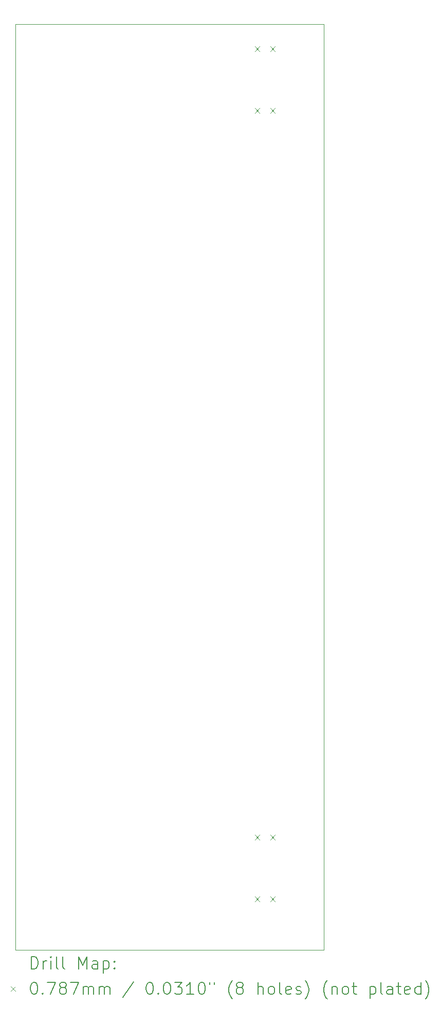
<source format=gbr>
%FSLAX45Y45*%
G04 Gerber Fmt 4.5, Leading zero omitted, Abs format (unit mm)*
G04 Created by KiCad (PCBNEW (6.0.0)) date 2022-06-12 01:08:43*
%MOMM*%
%LPD*%
G01*
G04 APERTURE LIST*
%TA.AperFunction,Profile*%
%ADD10C,0.025400*%
%TD*%
%ADD11C,0.200000*%
%ADD12C,0.078740*%
G04 APERTURE END LIST*
D10*
X14732000Y-2362200D02*
X9652000Y-2362200D01*
X9652000Y-2362200D02*
X9652000Y-17602200D01*
X9652000Y-17602200D02*
X14732000Y-17602200D01*
X14732000Y-17602200D02*
X14732000Y-2362200D01*
D11*
D12*
X13592009Y-2728680D02*
X13670749Y-2807420D01*
X13670749Y-2728680D02*
X13592009Y-2807420D01*
X13592009Y-3744680D02*
X13670749Y-3823420D01*
X13670749Y-3744680D02*
X13592009Y-3823420D01*
X13592009Y-15708630D02*
X13670749Y-15787370D01*
X13670749Y-15708630D02*
X13592009Y-15787370D01*
X13592009Y-16724630D02*
X13670749Y-16803370D01*
X13670749Y-16724630D02*
X13592009Y-16803370D01*
X13846009Y-2728680D02*
X13924749Y-2807420D01*
X13924749Y-2728680D02*
X13846009Y-2807420D01*
X13846009Y-3744680D02*
X13924749Y-3823420D01*
X13924749Y-3744680D02*
X13846009Y-3823420D01*
X13846009Y-15708630D02*
X13924749Y-15787370D01*
X13924749Y-15708630D02*
X13846009Y-15787370D01*
X13846009Y-16724630D02*
X13924749Y-16803370D01*
X13924749Y-16724630D02*
X13846009Y-16803370D01*
D11*
X9908349Y-17913946D02*
X9908349Y-17713946D01*
X9955968Y-17713946D01*
X9984540Y-17723470D01*
X10003587Y-17742518D01*
X10013111Y-17761565D01*
X10022635Y-17799660D01*
X10022635Y-17828232D01*
X10013111Y-17866327D01*
X10003587Y-17885375D01*
X9984540Y-17904422D01*
X9955968Y-17913946D01*
X9908349Y-17913946D01*
X10108349Y-17913946D02*
X10108349Y-17780613D01*
X10108349Y-17818708D02*
X10117873Y-17799660D01*
X10127397Y-17790137D01*
X10146444Y-17780613D01*
X10165492Y-17780613D01*
X10232159Y-17913946D02*
X10232159Y-17780613D01*
X10232159Y-17713946D02*
X10222635Y-17723470D01*
X10232159Y-17732994D01*
X10241682Y-17723470D01*
X10232159Y-17713946D01*
X10232159Y-17732994D01*
X10355968Y-17913946D02*
X10336920Y-17904422D01*
X10327397Y-17885375D01*
X10327397Y-17713946D01*
X10460730Y-17913946D02*
X10441682Y-17904422D01*
X10432159Y-17885375D01*
X10432159Y-17713946D01*
X10689301Y-17913946D02*
X10689301Y-17713946D01*
X10755968Y-17856803D01*
X10822635Y-17713946D01*
X10822635Y-17913946D01*
X11003587Y-17913946D02*
X11003587Y-17809184D01*
X10994063Y-17790137D01*
X10975016Y-17780613D01*
X10936920Y-17780613D01*
X10917873Y-17790137D01*
X11003587Y-17904422D02*
X10984540Y-17913946D01*
X10936920Y-17913946D01*
X10917873Y-17904422D01*
X10908349Y-17885375D01*
X10908349Y-17866327D01*
X10917873Y-17847280D01*
X10936920Y-17837756D01*
X10984540Y-17837756D01*
X11003587Y-17828232D01*
X11098825Y-17780613D02*
X11098825Y-17980613D01*
X11098825Y-17790137D02*
X11117873Y-17780613D01*
X11155968Y-17780613D01*
X11175016Y-17790137D01*
X11184540Y-17799660D01*
X11194063Y-17818708D01*
X11194063Y-17875851D01*
X11184540Y-17894899D01*
X11175016Y-17904422D01*
X11155968Y-17913946D01*
X11117873Y-17913946D01*
X11098825Y-17904422D01*
X11279778Y-17894899D02*
X11289301Y-17904422D01*
X11279778Y-17913946D01*
X11270254Y-17904422D01*
X11279778Y-17894899D01*
X11279778Y-17913946D01*
X11279778Y-17790137D02*
X11289301Y-17799660D01*
X11279778Y-17809184D01*
X11270254Y-17799660D01*
X11279778Y-17790137D01*
X11279778Y-17809184D01*
D12*
X9571990Y-18204100D02*
X9650730Y-18282840D01*
X9650730Y-18204100D02*
X9571990Y-18282840D01*
D11*
X9946444Y-18133946D02*
X9965492Y-18133946D01*
X9984540Y-18143470D01*
X9994063Y-18152994D01*
X10003587Y-18172041D01*
X10013111Y-18210137D01*
X10013111Y-18257756D01*
X10003587Y-18295851D01*
X9994063Y-18314899D01*
X9984540Y-18324422D01*
X9965492Y-18333946D01*
X9946444Y-18333946D01*
X9927397Y-18324422D01*
X9917873Y-18314899D01*
X9908349Y-18295851D01*
X9898825Y-18257756D01*
X9898825Y-18210137D01*
X9908349Y-18172041D01*
X9917873Y-18152994D01*
X9927397Y-18143470D01*
X9946444Y-18133946D01*
X10098825Y-18314899D02*
X10108349Y-18324422D01*
X10098825Y-18333946D01*
X10089301Y-18324422D01*
X10098825Y-18314899D01*
X10098825Y-18333946D01*
X10175016Y-18133946D02*
X10308349Y-18133946D01*
X10222635Y-18333946D01*
X10413111Y-18219660D02*
X10394063Y-18210137D01*
X10384540Y-18200613D01*
X10375016Y-18181565D01*
X10375016Y-18172041D01*
X10384540Y-18152994D01*
X10394063Y-18143470D01*
X10413111Y-18133946D01*
X10451206Y-18133946D01*
X10470254Y-18143470D01*
X10479778Y-18152994D01*
X10489301Y-18172041D01*
X10489301Y-18181565D01*
X10479778Y-18200613D01*
X10470254Y-18210137D01*
X10451206Y-18219660D01*
X10413111Y-18219660D01*
X10394063Y-18229184D01*
X10384540Y-18238708D01*
X10375016Y-18257756D01*
X10375016Y-18295851D01*
X10384540Y-18314899D01*
X10394063Y-18324422D01*
X10413111Y-18333946D01*
X10451206Y-18333946D01*
X10470254Y-18324422D01*
X10479778Y-18314899D01*
X10489301Y-18295851D01*
X10489301Y-18257756D01*
X10479778Y-18238708D01*
X10470254Y-18229184D01*
X10451206Y-18219660D01*
X10555968Y-18133946D02*
X10689301Y-18133946D01*
X10603587Y-18333946D01*
X10765492Y-18333946D02*
X10765492Y-18200613D01*
X10765492Y-18219660D02*
X10775016Y-18210137D01*
X10794063Y-18200613D01*
X10822635Y-18200613D01*
X10841682Y-18210137D01*
X10851206Y-18229184D01*
X10851206Y-18333946D01*
X10851206Y-18229184D02*
X10860730Y-18210137D01*
X10879778Y-18200613D01*
X10908349Y-18200613D01*
X10927397Y-18210137D01*
X10936920Y-18229184D01*
X10936920Y-18333946D01*
X11032159Y-18333946D02*
X11032159Y-18200613D01*
X11032159Y-18219660D02*
X11041682Y-18210137D01*
X11060730Y-18200613D01*
X11089301Y-18200613D01*
X11108349Y-18210137D01*
X11117873Y-18229184D01*
X11117873Y-18333946D01*
X11117873Y-18229184D02*
X11127397Y-18210137D01*
X11146444Y-18200613D01*
X11175016Y-18200613D01*
X11194063Y-18210137D01*
X11203587Y-18229184D01*
X11203587Y-18333946D01*
X11594063Y-18124422D02*
X11422635Y-18381565D01*
X11851206Y-18133946D02*
X11870254Y-18133946D01*
X11889301Y-18143470D01*
X11898825Y-18152994D01*
X11908349Y-18172041D01*
X11917873Y-18210137D01*
X11917873Y-18257756D01*
X11908349Y-18295851D01*
X11898825Y-18314899D01*
X11889301Y-18324422D01*
X11870254Y-18333946D01*
X11851206Y-18333946D01*
X11832158Y-18324422D01*
X11822635Y-18314899D01*
X11813111Y-18295851D01*
X11803587Y-18257756D01*
X11803587Y-18210137D01*
X11813111Y-18172041D01*
X11822635Y-18152994D01*
X11832158Y-18143470D01*
X11851206Y-18133946D01*
X12003587Y-18314899D02*
X12013111Y-18324422D01*
X12003587Y-18333946D01*
X11994063Y-18324422D01*
X12003587Y-18314899D01*
X12003587Y-18333946D01*
X12136920Y-18133946D02*
X12155968Y-18133946D01*
X12175016Y-18143470D01*
X12184539Y-18152994D01*
X12194063Y-18172041D01*
X12203587Y-18210137D01*
X12203587Y-18257756D01*
X12194063Y-18295851D01*
X12184539Y-18314899D01*
X12175016Y-18324422D01*
X12155968Y-18333946D01*
X12136920Y-18333946D01*
X12117873Y-18324422D01*
X12108349Y-18314899D01*
X12098825Y-18295851D01*
X12089301Y-18257756D01*
X12089301Y-18210137D01*
X12098825Y-18172041D01*
X12108349Y-18152994D01*
X12117873Y-18143470D01*
X12136920Y-18133946D01*
X12270254Y-18133946D02*
X12394063Y-18133946D01*
X12327397Y-18210137D01*
X12355968Y-18210137D01*
X12375016Y-18219660D01*
X12384539Y-18229184D01*
X12394063Y-18248232D01*
X12394063Y-18295851D01*
X12384539Y-18314899D01*
X12375016Y-18324422D01*
X12355968Y-18333946D01*
X12298825Y-18333946D01*
X12279778Y-18324422D01*
X12270254Y-18314899D01*
X12584539Y-18333946D02*
X12470254Y-18333946D01*
X12527397Y-18333946D02*
X12527397Y-18133946D01*
X12508349Y-18162518D01*
X12489301Y-18181565D01*
X12470254Y-18191089D01*
X12708349Y-18133946D02*
X12727397Y-18133946D01*
X12746444Y-18143470D01*
X12755968Y-18152994D01*
X12765492Y-18172041D01*
X12775016Y-18210137D01*
X12775016Y-18257756D01*
X12765492Y-18295851D01*
X12755968Y-18314899D01*
X12746444Y-18324422D01*
X12727397Y-18333946D01*
X12708349Y-18333946D01*
X12689301Y-18324422D01*
X12679778Y-18314899D01*
X12670254Y-18295851D01*
X12660730Y-18257756D01*
X12660730Y-18210137D01*
X12670254Y-18172041D01*
X12679778Y-18152994D01*
X12689301Y-18143470D01*
X12708349Y-18133946D01*
X12851206Y-18133946D02*
X12851206Y-18172041D01*
X12927397Y-18133946D02*
X12927397Y-18172041D01*
X13222635Y-18410137D02*
X13213111Y-18400613D01*
X13194063Y-18372041D01*
X13184539Y-18352994D01*
X13175016Y-18324422D01*
X13165492Y-18276803D01*
X13165492Y-18238708D01*
X13175016Y-18191089D01*
X13184539Y-18162518D01*
X13194063Y-18143470D01*
X13213111Y-18114899D01*
X13222635Y-18105375D01*
X13327397Y-18219660D02*
X13308349Y-18210137D01*
X13298825Y-18200613D01*
X13289301Y-18181565D01*
X13289301Y-18172041D01*
X13298825Y-18152994D01*
X13308349Y-18143470D01*
X13327397Y-18133946D01*
X13365492Y-18133946D01*
X13384539Y-18143470D01*
X13394063Y-18152994D01*
X13403587Y-18172041D01*
X13403587Y-18181565D01*
X13394063Y-18200613D01*
X13384539Y-18210137D01*
X13365492Y-18219660D01*
X13327397Y-18219660D01*
X13308349Y-18229184D01*
X13298825Y-18238708D01*
X13289301Y-18257756D01*
X13289301Y-18295851D01*
X13298825Y-18314899D01*
X13308349Y-18324422D01*
X13327397Y-18333946D01*
X13365492Y-18333946D01*
X13384539Y-18324422D01*
X13394063Y-18314899D01*
X13403587Y-18295851D01*
X13403587Y-18257756D01*
X13394063Y-18238708D01*
X13384539Y-18229184D01*
X13365492Y-18219660D01*
X13641682Y-18333946D02*
X13641682Y-18133946D01*
X13727397Y-18333946D02*
X13727397Y-18229184D01*
X13717873Y-18210137D01*
X13698825Y-18200613D01*
X13670254Y-18200613D01*
X13651206Y-18210137D01*
X13641682Y-18219660D01*
X13851206Y-18333946D02*
X13832158Y-18324422D01*
X13822635Y-18314899D01*
X13813111Y-18295851D01*
X13813111Y-18238708D01*
X13822635Y-18219660D01*
X13832158Y-18210137D01*
X13851206Y-18200613D01*
X13879778Y-18200613D01*
X13898825Y-18210137D01*
X13908349Y-18219660D01*
X13917873Y-18238708D01*
X13917873Y-18295851D01*
X13908349Y-18314899D01*
X13898825Y-18324422D01*
X13879778Y-18333946D01*
X13851206Y-18333946D01*
X14032158Y-18333946D02*
X14013111Y-18324422D01*
X14003587Y-18305375D01*
X14003587Y-18133946D01*
X14184539Y-18324422D02*
X14165492Y-18333946D01*
X14127397Y-18333946D01*
X14108349Y-18324422D01*
X14098825Y-18305375D01*
X14098825Y-18229184D01*
X14108349Y-18210137D01*
X14127397Y-18200613D01*
X14165492Y-18200613D01*
X14184539Y-18210137D01*
X14194063Y-18229184D01*
X14194063Y-18248232D01*
X14098825Y-18267280D01*
X14270254Y-18324422D02*
X14289301Y-18333946D01*
X14327397Y-18333946D01*
X14346444Y-18324422D01*
X14355968Y-18305375D01*
X14355968Y-18295851D01*
X14346444Y-18276803D01*
X14327397Y-18267280D01*
X14298825Y-18267280D01*
X14279778Y-18257756D01*
X14270254Y-18238708D01*
X14270254Y-18229184D01*
X14279778Y-18210137D01*
X14298825Y-18200613D01*
X14327397Y-18200613D01*
X14346444Y-18210137D01*
X14422635Y-18410137D02*
X14432158Y-18400613D01*
X14451206Y-18372041D01*
X14460730Y-18352994D01*
X14470254Y-18324422D01*
X14479778Y-18276803D01*
X14479778Y-18238708D01*
X14470254Y-18191089D01*
X14460730Y-18162518D01*
X14451206Y-18143470D01*
X14432158Y-18114899D01*
X14422635Y-18105375D01*
X14784539Y-18410137D02*
X14775016Y-18400613D01*
X14755968Y-18372041D01*
X14746444Y-18352994D01*
X14736920Y-18324422D01*
X14727397Y-18276803D01*
X14727397Y-18238708D01*
X14736920Y-18191089D01*
X14746444Y-18162518D01*
X14755968Y-18143470D01*
X14775016Y-18114899D01*
X14784539Y-18105375D01*
X14860730Y-18200613D02*
X14860730Y-18333946D01*
X14860730Y-18219660D02*
X14870254Y-18210137D01*
X14889301Y-18200613D01*
X14917873Y-18200613D01*
X14936920Y-18210137D01*
X14946444Y-18229184D01*
X14946444Y-18333946D01*
X15070254Y-18333946D02*
X15051206Y-18324422D01*
X15041682Y-18314899D01*
X15032158Y-18295851D01*
X15032158Y-18238708D01*
X15041682Y-18219660D01*
X15051206Y-18210137D01*
X15070254Y-18200613D01*
X15098825Y-18200613D01*
X15117873Y-18210137D01*
X15127397Y-18219660D01*
X15136920Y-18238708D01*
X15136920Y-18295851D01*
X15127397Y-18314899D01*
X15117873Y-18324422D01*
X15098825Y-18333946D01*
X15070254Y-18333946D01*
X15194063Y-18200613D02*
X15270254Y-18200613D01*
X15222635Y-18133946D02*
X15222635Y-18305375D01*
X15232158Y-18324422D01*
X15251206Y-18333946D01*
X15270254Y-18333946D01*
X15489301Y-18200613D02*
X15489301Y-18400613D01*
X15489301Y-18210137D02*
X15508349Y-18200613D01*
X15546444Y-18200613D01*
X15565492Y-18210137D01*
X15575016Y-18219660D01*
X15584539Y-18238708D01*
X15584539Y-18295851D01*
X15575016Y-18314899D01*
X15565492Y-18324422D01*
X15546444Y-18333946D01*
X15508349Y-18333946D01*
X15489301Y-18324422D01*
X15698825Y-18333946D02*
X15679778Y-18324422D01*
X15670254Y-18305375D01*
X15670254Y-18133946D01*
X15860730Y-18333946D02*
X15860730Y-18229184D01*
X15851206Y-18210137D01*
X15832158Y-18200613D01*
X15794063Y-18200613D01*
X15775016Y-18210137D01*
X15860730Y-18324422D02*
X15841682Y-18333946D01*
X15794063Y-18333946D01*
X15775016Y-18324422D01*
X15765492Y-18305375D01*
X15765492Y-18286327D01*
X15775016Y-18267280D01*
X15794063Y-18257756D01*
X15841682Y-18257756D01*
X15860730Y-18248232D01*
X15927397Y-18200613D02*
X16003587Y-18200613D01*
X15955968Y-18133946D02*
X15955968Y-18305375D01*
X15965492Y-18324422D01*
X15984539Y-18333946D01*
X16003587Y-18333946D01*
X16146444Y-18324422D02*
X16127397Y-18333946D01*
X16089301Y-18333946D01*
X16070254Y-18324422D01*
X16060730Y-18305375D01*
X16060730Y-18229184D01*
X16070254Y-18210137D01*
X16089301Y-18200613D01*
X16127397Y-18200613D01*
X16146444Y-18210137D01*
X16155968Y-18229184D01*
X16155968Y-18248232D01*
X16060730Y-18267280D01*
X16327397Y-18333946D02*
X16327397Y-18133946D01*
X16327397Y-18324422D02*
X16308349Y-18333946D01*
X16270254Y-18333946D01*
X16251206Y-18324422D01*
X16241682Y-18314899D01*
X16232158Y-18295851D01*
X16232158Y-18238708D01*
X16241682Y-18219660D01*
X16251206Y-18210137D01*
X16270254Y-18200613D01*
X16308349Y-18200613D01*
X16327397Y-18210137D01*
X16403587Y-18410137D02*
X16413111Y-18400613D01*
X16432158Y-18372041D01*
X16441682Y-18352994D01*
X16451206Y-18324422D01*
X16460730Y-18276803D01*
X16460730Y-18238708D01*
X16451206Y-18191089D01*
X16441682Y-18162518D01*
X16432158Y-18143470D01*
X16413111Y-18114899D01*
X16403587Y-18105375D01*
M02*

</source>
